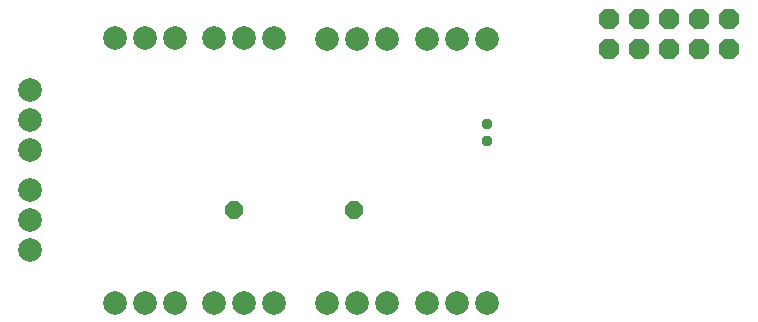
<source format=gbr>
G04 EAGLE Gerber RS-274X export*
G75*
%MOMM*%
%FSLAX34Y34*%
%LPD*%
%INSoldermask Bottom*%
%IPPOS*%
%AMOC8*
5,1,8,0,0,1.08239X$1,22.5*%
G01*
G04 Define Apertures*
%ADD10C,2.003200*%
%ADD11P,1.8695X8X22.5*%
%ADD12P,1.64956X8X22.5*%
%ADD13C,0.959600*%
D10*
X-19050Y261620D03*
X-69850Y261620D03*
X-44450Y261620D03*
X-334010Y38100D03*
X-283210Y38100D03*
X-308610Y38100D03*
X-103620Y261620D03*
X-154420Y261620D03*
X-129020Y261620D03*
X-199390Y261790D03*
X-250190Y261790D03*
X-224790Y261790D03*
X-283210Y261790D03*
X-334010Y261790D03*
X-308610Y261790D03*
X-406400Y218440D03*
X-406400Y167640D03*
X-406400Y193040D03*
X-406400Y133350D03*
X-406400Y82550D03*
X-406400Y107950D03*
X-69850Y38100D03*
X-19050Y38100D03*
X-44450Y38100D03*
X-154420Y38100D03*
X-103620Y38100D03*
X-129020Y38100D03*
X-250190Y38100D03*
X-199390Y38100D03*
X-224790Y38100D03*
D11*
X83700Y252730D03*
X83700Y278130D03*
X109100Y252730D03*
X109100Y278130D03*
X134500Y252730D03*
X134500Y278130D03*
X159900Y252730D03*
X159900Y278130D03*
X185300Y252730D03*
X185300Y278130D03*
D12*
X-233680Y116840D03*
X-132080Y116840D03*
D13*
X-19050Y189230D03*
X-19050Y175260D03*
M02*

</source>
